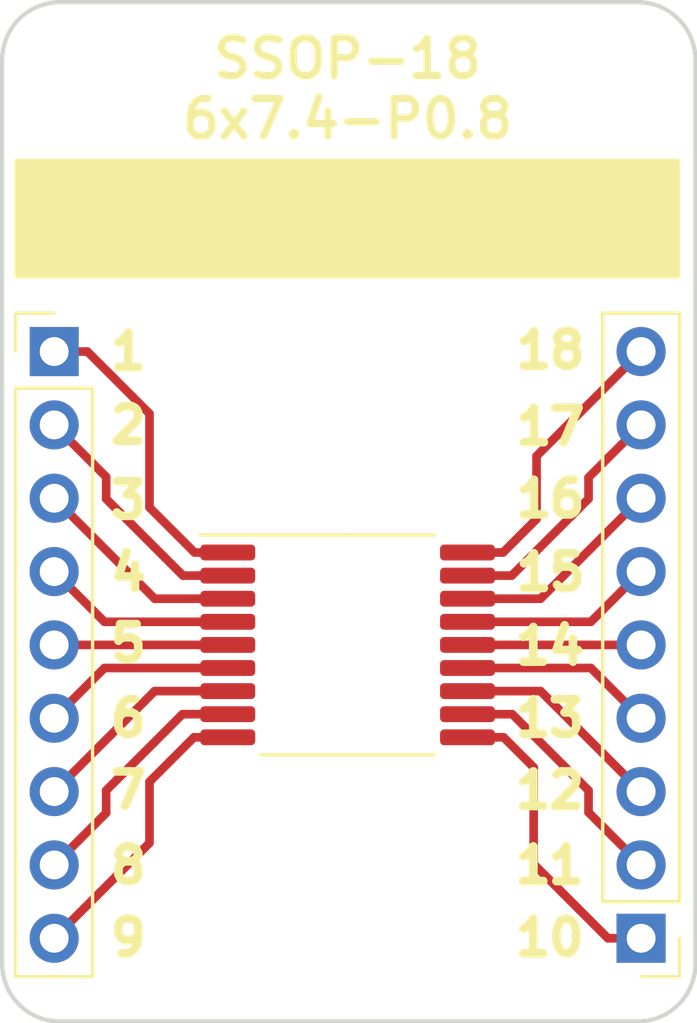
<source format=kicad_pcb>
(kicad_pcb (version 20171130) (host pcbnew 5.1.4-e60b266~84~ubuntu19.04.1)

  (general
    (thickness 1)
    (drawings 28)
    (tracks 54)
    (zones 0)
    (modules 3)
    (nets 19)
  )

  (page A4)
  (title_block
    (title BRK-SSOP-18-6x7.4-P0.8)
    (rev v1.1)
    (company https://gekkio.fi)
  )

  (layers
    (0 F.Cu signal)
    (31 B.Cu signal)
    (32 B.Adhes user)
    (33 F.Adhes user)
    (34 B.Paste user)
    (35 F.Paste user)
    (36 B.SilkS user)
    (37 F.SilkS user)
    (38 B.Mask user)
    (39 F.Mask user)
    (40 Dwgs.User user)
    (41 Cmts.User user)
    (42 Eco1.User user)
    (43 Eco2.User user)
    (44 Edge.Cuts user)
    (45 Margin user)
    (46 B.CrtYd user)
    (47 F.CrtYd user)
    (48 B.Fab user)
    (49 F.Fab user)
  )

  (setup
    (last_trace_width 0.3)
    (trace_clearance 0.2)
    (zone_clearance 0.508)
    (zone_45_only no)
    (trace_min 0.2)
    (via_size 0.8)
    (via_drill 0.4)
    (via_min_size 0.4)
    (via_min_drill 0.3)
    (uvia_size 0.3)
    (uvia_drill 0.1)
    (uvias_allowed no)
    (uvia_min_size 0.2)
    (uvia_min_drill 0.1)
    (edge_width 0.15)
    (segment_width 0.2)
    (pcb_text_width 0.3)
    (pcb_text_size 1.5 1.5)
    (mod_edge_width 0.15)
    (mod_text_size 1 1)
    (mod_text_width 0.15)
    (pad_size 1.524 1.524)
    (pad_drill 0.762)
    (pad_to_mask_clearance 0)
    (solder_mask_min_width 0.2)
    (aux_axis_origin 0 0)
    (visible_elements FFFFFF7F)
    (pcbplotparams
      (layerselection 0x010fc_ffffffff)
      (usegerberextensions false)
      (usegerberattributes false)
      (usegerberadvancedattributes false)
      (creategerberjobfile true)
      (excludeedgelayer false)
      (linewidth 0.100000)
      (plotframeref false)
      (viasonmask false)
      (mode 1)
      (useauxorigin false)
      (hpglpennumber 1)
      (hpglpenspeed 20)
      (hpglpendiameter 15.000000)
      (psnegative false)
      (psa4output false)
      (plotreference true)
      (plotvalue true)
      (plotinvisibletext false)
      (padsonsilk false)
      (subtractmaskfromsilk false)
      (outputformat 1)
      (mirror false)
      (drillshape 0)
      (scaleselection 1)
      (outputdirectory "gerber/"))
  )

  (net 0 "")
  (net 1 "Net-(J1-Pad1)")
  (net 2 "Net-(J1-Pad2)")
  (net 3 "Net-(J1-Pad3)")
  (net 4 "Net-(J2-Pad1)")
  (net 5 "Net-(J2-Pad2)")
  (net 6 "Net-(J2-Pad3)")
  (net 7 "Net-(J1-Pad4)")
  (net 8 "Net-(J2-Pad4)")
  (net 9 "Net-(J1-Pad5)")
  (net 10 "Net-(J1-Pad6)")
  (net 11 "Net-(J1-Pad7)")
  (net 12 "Net-(J1-Pad8)")
  (net 13 "Net-(J1-Pad9)")
  (net 14 "Net-(J2-Pad5)")
  (net 15 "Net-(J2-Pad6)")
  (net 16 "Net-(J2-Pad7)")
  (net 17 "Net-(J2-Pad8)")
  (net 18 "Net-(J2-Pad9)")

  (net_class Default "This is the default net class."
    (clearance 0.2)
    (trace_width 0.3)
    (via_dia 0.8)
    (via_drill 0.4)
    (uvia_dia 0.3)
    (uvia_drill 0.1)
    (add_net "Net-(J1-Pad1)")
    (add_net "Net-(J1-Pad2)")
    (add_net "Net-(J1-Pad3)")
    (add_net "Net-(J1-Pad4)")
    (add_net "Net-(J1-Pad5)")
    (add_net "Net-(J1-Pad6)")
    (add_net "Net-(J1-Pad7)")
    (add_net "Net-(J1-Pad8)")
    (add_net "Net-(J1-Pad9)")
    (add_net "Net-(J2-Pad1)")
    (add_net "Net-(J2-Pad2)")
    (add_net "Net-(J2-Pad3)")
    (add_net "Net-(J2-Pad4)")
    (add_net "Net-(J2-Pad5)")
    (add_net "Net-(J2-Pad6)")
    (add_net "Net-(J2-Pad7)")
    (add_net "Net-(J2-Pad8)")
    (add_net "Net-(J2-Pad9)")
  )

  (module Connector_PinHeader_2.54mm:PinHeader_1x09_P2.54mm_Vertical (layer F.Cu) (tedit 5C3F0C69) (tstamp 5C40AC9A)
    (at 73.12 80.42 180)
    (descr "Through hole straight pin header, 1x09, 2.54mm pitch, single row")
    (tags "Through hole pin header THT 1x09 2.54mm single row")
    (path /5C3F0FED)
    (fp_text reference J2 (at 0 -2.33 180) (layer F.SilkS) hide
      (effects (font (size 1 1) (thickness 0.15)))
    )
    (fp_text value Conn_01x09 (at 0 22.65 180) (layer F.Fab) hide
      (effects (font (size 1 1) (thickness 0.15)))
    )
    (fp_text user %R (at 0 10.16 270) (layer F.Fab)
      (effects (font (size 1 1) (thickness 0.15)))
    )
    (fp_line (start 1.8 -1.8) (end -1.8 -1.8) (layer F.CrtYd) (width 0.05))
    (fp_line (start 1.8 22.1) (end 1.8 -1.8) (layer F.CrtYd) (width 0.05))
    (fp_line (start -1.8 22.1) (end 1.8 22.1) (layer F.CrtYd) (width 0.05))
    (fp_line (start -1.8 -1.8) (end -1.8 22.1) (layer F.CrtYd) (width 0.05))
    (fp_line (start -1.33 -1.33) (end 0 -1.33) (layer F.SilkS) (width 0.12))
    (fp_line (start -1.33 0) (end -1.33 -1.33) (layer F.SilkS) (width 0.12))
    (fp_line (start -1.33 1.27) (end 1.33 1.27) (layer F.SilkS) (width 0.12))
    (fp_line (start 1.33 1.27) (end 1.33 21.65) (layer F.SilkS) (width 0.12))
    (fp_line (start -1.33 1.27) (end -1.33 21.65) (layer F.SilkS) (width 0.12))
    (fp_line (start -1.33 21.65) (end 1.33 21.65) (layer F.SilkS) (width 0.12))
    (fp_line (start -1.27 -0.635) (end -0.635 -1.27) (layer F.Fab) (width 0.1))
    (fp_line (start -1.27 21.59) (end -1.27 -0.635) (layer F.Fab) (width 0.1))
    (fp_line (start 1.27 21.59) (end -1.27 21.59) (layer F.Fab) (width 0.1))
    (fp_line (start 1.27 -1.27) (end 1.27 21.59) (layer F.Fab) (width 0.1))
    (fp_line (start -0.635 -1.27) (end 1.27 -1.27) (layer F.Fab) (width 0.1))
    (pad 9 thru_hole oval (at 0 20.32 180) (size 1.7 1.7) (drill 1) (layers *.Cu *.Mask)
      (net 18 "Net-(J2-Pad9)"))
    (pad 8 thru_hole oval (at 0 17.78 180) (size 1.7 1.7) (drill 1) (layers *.Cu *.Mask)
      (net 17 "Net-(J2-Pad8)"))
    (pad 7 thru_hole oval (at 0 15.24 180) (size 1.7 1.7) (drill 1) (layers *.Cu *.Mask)
      (net 16 "Net-(J2-Pad7)"))
    (pad 6 thru_hole oval (at 0 12.7 180) (size 1.7 1.7) (drill 1) (layers *.Cu *.Mask)
      (net 15 "Net-(J2-Pad6)"))
    (pad 5 thru_hole oval (at 0 10.16 180) (size 1.7 1.7) (drill 1) (layers *.Cu *.Mask)
      (net 14 "Net-(J2-Pad5)"))
    (pad 4 thru_hole oval (at 0 7.62 180) (size 1.7 1.7) (drill 1) (layers *.Cu *.Mask)
      (net 8 "Net-(J2-Pad4)"))
    (pad 3 thru_hole oval (at 0 5.08 180) (size 1.7 1.7) (drill 1) (layers *.Cu *.Mask)
      (net 6 "Net-(J2-Pad3)"))
    (pad 2 thru_hole oval (at 0 2.54 180) (size 1.7 1.7) (drill 1) (layers *.Cu *.Mask)
      (net 5 "Net-(J2-Pad2)"))
    (pad 1 thru_hole rect (at 0 0 180) (size 1.7 1.7) (drill 1) (layers *.Cu *.Mask)
      (net 4 "Net-(J2-Pad1)"))
    (model ${KISYS3DMOD}/Connector_PinHeader_2.54mm.3dshapes/PinHeader_1x09_P2.54mm_Vertical.wrl
      (at (xyz 0 0 0))
      (scale (xyz 1 1 1))
      (rotate (xyz 0 0 0))
    )
  )

  (module Connector_PinHeader_2.54mm:PinHeader_1x09_P2.54mm_Vertical (layer F.Cu) (tedit 5C3F0C64) (tstamp 5C40AC7E)
    (at 52.8 60.1)
    (descr "Through hole straight pin header, 1x09, 2.54mm pitch, single row")
    (tags "Through hole pin header THT 1x09 2.54mm single row")
    (path /5C3F0E54)
    (fp_text reference J1 (at 0 -2.33) (layer F.SilkS) hide
      (effects (font (size 1 1) (thickness 0.15)))
    )
    (fp_text value Conn_01x09 (at 0 22.65) (layer F.Fab) hide
      (effects (font (size 1 1) (thickness 0.15)))
    )
    (fp_line (start -0.635 -1.27) (end 1.27 -1.27) (layer F.Fab) (width 0.1))
    (fp_line (start 1.27 -1.27) (end 1.27 21.59) (layer F.Fab) (width 0.1))
    (fp_line (start 1.27 21.59) (end -1.27 21.59) (layer F.Fab) (width 0.1))
    (fp_line (start -1.27 21.59) (end -1.27 -0.635) (layer F.Fab) (width 0.1))
    (fp_line (start -1.27 -0.635) (end -0.635 -1.27) (layer F.Fab) (width 0.1))
    (fp_line (start -1.33 21.65) (end 1.33 21.65) (layer F.SilkS) (width 0.12))
    (fp_line (start -1.33 1.27) (end -1.33 21.65) (layer F.SilkS) (width 0.12))
    (fp_line (start 1.33 1.27) (end 1.33 21.65) (layer F.SilkS) (width 0.12))
    (fp_line (start -1.33 1.27) (end 1.33 1.27) (layer F.SilkS) (width 0.12))
    (fp_line (start -1.33 0) (end -1.33 -1.33) (layer F.SilkS) (width 0.12))
    (fp_line (start -1.33 -1.33) (end 0 -1.33) (layer F.SilkS) (width 0.12))
    (fp_line (start -1.8 -1.8) (end -1.8 22.1) (layer F.CrtYd) (width 0.05))
    (fp_line (start -1.8 22.1) (end 1.8 22.1) (layer F.CrtYd) (width 0.05))
    (fp_line (start 1.8 22.1) (end 1.8 -1.8) (layer F.CrtYd) (width 0.05))
    (fp_line (start 1.8 -1.8) (end -1.8 -1.8) (layer F.CrtYd) (width 0.05))
    (fp_text user %R (at 0 10.16 90) (layer F.Fab)
      (effects (font (size 1 1) (thickness 0.15)))
    )
    (pad 1 thru_hole rect (at 0 0) (size 1.7 1.7) (drill 1) (layers *.Cu *.Mask)
      (net 1 "Net-(J1-Pad1)"))
    (pad 2 thru_hole oval (at 0 2.54) (size 1.7 1.7) (drill 1) (layers *.Cu *.Mask)
      (net 2 "Net-(J1-Pad2)"))
    (pad 3 thru_hole oval (at 0 5.08) (size 1.7 1.7) (drill 1) (layers *.Cu *.Mask)
      (net 3 "Net-(J1-Pad3)"))
    (pad 4 thru_hole oval (at 0 7.62) (size 1.7 1.7) (drill 1) (layers *.Cu *.Mask)
      (net 7 "Net-(J1-Pad4)"))
    (pad 5 thru_hole oval (at 0 10.16) (size 1.7 1.7) (drill 1) (layers *.Cu *.Mask)
      (net 9 "Net-(J1-Pad5)"))
    (pad 6 thru_hole oval (at 0 12.7) (size 1.7 1.7) (drill 1) (layers *.Cu *.Mask)
      (net 10 "Net-(J1-Pad6)"))
    (pad 7 thru_hole oval (at 0 15.24) (size 1.7 1.7) (drill 1) (layers *.Cu *.Mask)
      (net 11 "Net-(J1-Pad7)"))
    (pad 8 thru_hole oval (at 0 17.78) (size 1.7 1.7) (drill 1) (layers *.Cu *.Mask)
      (net 12 "Net-(J1-Pad8)"))
    (pad 9 thru_hole oval (at 0 20.32) (size 1.7 1.7) (drill 1) (layers *.Cu *.Mask)
      (net 13 "Net-(J1-Pad9)"))
    (model ${KISYS3DMOD}/Connector_PinHeader_2.54mm.3dshapes/PinHeader_1x09_P2.54mm_Vertical.wrl
      (at (xyz 0 0 0))
      (scale (xyz 1 1 1))
      (rotate (xyz 0 0 0))
    )
  )

  (module Gekkio_Package_SO:Sharp_SSOP-18_6x7.4mm_P0.8mm (layer F.Cu) (tedit 5C3F0C6B) (tstamp 5C40B021)
    (at 62.96 70.26)
    (descr "Sharp  SSOP, 18 Pin (), generated with kicad-footprint-generator ipc_gullwing_generator.py")
    (tags "Sharp SSOP SO")
    (path /5C3F0C92)
    (attr smd)
    (fp_text reference U1 (at 0 -4.65) (layer F.SilkS) hide
      (effects (font (size 1 1) (thickness 0.15)))
    )
    (fp_text value Conn_02x09_Counter_Clockwise (at 0 4.65) (layer F.Fab) hide
      (effects (font (size 1 1) (thickness 0.15)))
    )
    (fp_line (start 0 3.81) (end 3 3.81) (layer F.SilkS) (width 0.12))
    (fp_line (start 0 3.81) (end -3 3.81) (layer F.SilkS) (width 0.12))
    (fp_line (start 0 -3.81) (end 3 -3.81) (layer F.SilkS) (width 0.12))
    (fp_line (start 0 -3.81) (end -5.1 -3.81) (layer F.SilkS) (width 0.12))
    (fp_line (start -2 -3.7) (end 3 -3.7) (layer F.Fab) (width 0.1))
    (fp_line (start 3 -3.7) (end 3 3.7) (layer F.Fab) (width 0.1))
    (fp_line (start 3 3.7) (end -3 3.7) (layer F.Fab) (width 0.1))
    (fp_line (start -3 3.7) (end -3 -2.7) (layer F.Fab) (width 0.1))
    (fp_line (start -3 -2.7) (end -2 -3.7) (layer F.Fab) (width 0.1))
    (fp_line (start -5.35 -3.95) (end -5.35 3.95) (layer F.CrtYd) (width 0.05))
    (fp_line (start -5.35 3.95) (end 5.35 3.95) (layer F.CrtYd) (width 0.05))
    (fp_line (start 5.35 3.95) (end 5.35 -3.95) (layer F.CrtYd) (width 0.05))
    (fp_line (start 5.35 -3.95) (end -5.35 -3.95) (layer F.CrtYd) (width 0.05))
    (fp_text user %R (at 0 0) (layer F.Fab)
      (effects (font (size 1 1) (thickness 0.15)))
    )
    (pad 1 smd roundrect (at -4.15 -3.2) (size 1.9 0.55) (layers F.Cu F.Paste F.Mask) (roundrect_rratio 0.25)
      (net 1 "Net-(J1-Pad1)"))
    (pad 2 smd roundrect (at -4.15 -2.4) (size 1.9 0.55) (layers F.Cu F.Paste F.Mask) (roundrect_rratio 0.25)
      (net 2 "Net-(J1-Pad2)"))
    (pad 3 smd roundrect (at -4.15 -1.6) (size 1.9 0.55) (layers F.Cu F.Paste F.Mask) (roundrect_rratio 0.25)
      (net 3 "Net-(J1-Pad3)"))
    (pad 4 smd roundrect (at -4.15 -0.8) (size 1.9 0.55) (layers F.Cu F.Paste F.Mask) (roundrect_rratio 0.25)
      (net 7 "Net-(J1-Pad4)"))
    (pad 5 smd roundrect (at -4.15 0) (size 1.9 0.55) (layers F.Cu F.Paste F.Mask) (roundrect_rratio 0.25)
      (net 9 "Net-(J1-Pad5)"))
    (pad 6 smd roundrect (at -4.15 0.8) (size 1.9 0.55) (layers F.Cu F.Paste F.Mask) (roundrect_rratio 0.25)
      (net 10 "Net-(J1-Pad6)"))
    (pad 7 smd roundrect (at -4.15 1.6) (size 1.9 0.55) (layers F.Cu F.Paste F.Mask) (roundrect_rratio 0.25)
      (net 11 "Net-(J1-Pad7)"))
    (pad 8 smd roundrect (at -4.15 2.4) (size 1.9 0.55) (layers F.Cu F.Paste F.Mask) (roundrect_rratio 0.25)
      (net 12 "Net-(J1-Pad8)"))
    (pad 9 smd roundrect (at -4.15 3.2) (size 1.9 0.55) (layers F.Cu F.Paste F.Mask) (roundrect_rratio 0.25)
      (net 13 "Net-(J1-Pad9)"))
    (pad 10 smd roundrect (at 4.15 3.2) (size 1.9 0.55) (layers F.Cu F.Paste F.Mask) (roundrect_rratio 0.25)
      (net 4 "Net-(J2-Pad1)"))
    (pad 11 smd roundrect (at 4.15 2.4) (size 1.9 0.55) (layers F.Cu F.Paste F.Mask) (roundrect_rratio 0.25)
      (net 5 "Net-(J2-Pad2)"))
    (pad 12 smd roundrect (at 4.15 1.6) (size 1.9 0.55) (layers F.Cu F.Paste F.Mask) (roundrect_rratio 0.25)
      (net 6 "Net-(J2-Pad3)"))
    (pad 13 smd roundrect (at 4.15 0.8) (size 1.9 0.55) (layers F.Cu F.Paste F.Mask) (roundrect_rratio 0.25)
      (net 8 "Net-(J2-Pad4)"))
    (pad 14 smd roundrect (at 4.15 0) (size 1.9 0.55) (layers F.Cu F.Paste F.Mask) (roundrect_rratio 0.25)
      (net 14 "Net-(J2-Pad5)"))
    (pad 15 smd roundrect (at 4.15 -0.8) (size 1.9 0.55) (layers F.Cu F.Paste F.Mask) (roundrect_rratio 0.25)
      (net 15 "Net-(J2-Pad6)"))
    (pad 16 smd roundrect (at 4.15 -1.6) (size 1.9 0.55) (layers F.Cu F.Paste F.Mask) (roundrect_rratio 0.25)
      (net 16 "Net-(J2-Pad7)"))
    (pad 17 smd roundrect (at 4.15 -2.4) (size 1.9 0.55) (layers F.Cu F.Paste F.Mask) (roundrect_rratio 0.25)
      (net 17 "Net-(J2-Pad8)"))
    (pad 18 smd roundrect (at 4.15 -3.2) (size 1.9 0.55) (layers F.Cu F.Paste F.Mask) (roundrect_rratio 0.25)
      (net 18 "Net-(J2-Pad9)"))
    (model ${KISYS3DMOD}/Gekkio_Package_SO.3dshapes/Sharp_SSOP-18_6x7.4mm_P0.8mm.wrl
      (at (xyz 0 0 0))
      (scale (xyz 1 1 1))
      (rotate (xyz 0 0 0))
    )
  )

  (gr_text 9 (at 54.6 80.4) (layer F.SilkS) (tstamp 5C40B580)
    (effects (font (size 1.2 1.2) (thickness 0.3)) (justify left))
  )
  (gr_text 8 (at 54.6 77.9) (layer F.SilkS) (tstamp 5C40B57D)
    (effects (font (size 1.2 1.2) (thickness 0.3)) (justify left))
  )
  (gr_text 7 (at 54.6 75.3) (layer F.SilkS) (tstamp 5C40B57A)
    (effects (font (size 1.2 1.2) (thickness 0.3)) (justify left))
  )
  (gr_text 6 (at 54.6 72.8) (layer F.SilkS) (tstamp 5C40B577)
    (effects (font (size 1.2 1.2) (thickness 0.3)) (justify left))
  )
  (gr_text 5 (at 54.6 70.2) (layer F.SilkS) (tstamp 5C40B574)
    (effects (font (size 1.2 1.2) (thickness 0.3)) (justify left))
  )
  (gr_text 10 (at 71.3 80.4) (layer F.SilkS) (tstamp 5C40B570)
    (effects (font (size 1.2 1.2) (thickness 0.3)) (justify right))
  )
  (gr_text 11 (at 71.3 77.9) (layer F.SilkS) (tstamp 5C40B56D)
    (effects (font (size 1.2 1.2) (thickness 0.3)) (justify right))
  )
  (gr_text 12 (at 71.3 75.3) (layer F.SilkS) (tstamp 5C40B56A)
    (effects (font (size 1.2 1.2) (thickness 0.3)) (justify right))
  )
  (gr_text 13 (at 71.3 72.8) (layer F.SilkS) (tstamp 5C40B567)
    (effects (font (size 1.2 1.2) (thickness 0.3)) (justify right))
  )
  (gr_text 14 (at 71.3 70.3) (layer F.SilkS) (tstamp 5C40B564)
    (effects (font (size 1.2 1.2) (thickness 0.3)) (justify right))
  )
  (gr_text 4 (at 54.6 67.75) (layer F.SilkS) (tstamp 5C0586B0)
    (effects (font (size 1.2 1.2) (thickness 0.3)) (justify left))
  )
  (gr_text 15 (at 71.32 67.75) (layer F.SilkS) (tstamp 5C0586AC)
    (effects (font (size 1.2 1.2) (thickness 0.3)) (justify right))
  )
  (gr_arc (start 53 81.3) (end 51 81.3) (angle -90) (layer Edge.Cuts) (width 0.15) (tstamp 5BF54D67))
  (gr_arc (start 73 81.3) (end 73 83.3) (angle -90) (layer Edge.Cuts) (width 0.15) (tstamp 5BF54D5C))
  (gr_arc (start 73 50) (end 75 50) (angle -90) (layer Edge.Cuts) (width 0.15) (tstamp 5BF54D52))
  (gr_arc (start 53 50) (end 53 48) (angle -90) (layer Edge.Cuts) (width 0.15))
  (gr_text 16 (at 71.32 65.2) (layer F.SilkS) (tstamp 5BD4A473)
    (effects (font (size 1.2 1.2) (thickness 0.3)) (justify right))
  )
  (gr_text 17 (at 71.32 62.7) (layer F.SilkS) (tstamp 5BD4A46F)
    (effects (font (size 1.2 1.2) (thickness 0.3)) (justify right))
  )
  (gr_text 18 (at 71.32 60.05) (layer F.SilkS) (tstamp 5C40B4AB)
    (effects (font (size 1.2 1.2) (thickness 0.3)) (justify right))
  )
  (gr_text 3 (at 54.6 65.25) (layer F.SilkS) (tstamp 5BD4A45B)
    (effects (font (size 1.2 1.2) (thickness 0.3)) (justify left))
  )
  (gr_text 2 (at 54.6 62.65) (layer F.SilkS) (tstamp 5BD4A456)
    (effects (font (size 1.2 1.2) (thickness 0.3)) (justify left))
  )
  (gr_text 1 (at 54.6 60.1) (layer F.SilkS)
    (effects (font (size 1.2 1.2) (thickness 0.3)) (justify left))
  )
  (gr_line (start 73 83.3) (end 53 83.3) (layer Edge.Cuts) (width 0.15))
  (gr_poly (pts (xy 51.5 53.5) (xy 51.5 57.5) (xy 74.4 57.5) (xy 74.4 53.5)) (layer F.SilkS) (width 0.15))
  (gr_line (start 75 50) (end 75 81.3) (layer Edge.Cuts) (width 0.15))
  (gr_text "SSOP-18\n6x7.4-P0.8" (at 62.96 51) (layer F.SilkS)
    (effects (font (size 1.3 1.3) (thickness 0.25)))
  )
  (gr_line (start 53 48) (end 73 48) (layer Edge.Cuts) (width 0.15))
  (gr_line (start 51 81.3) (end 51 50) (layer Edge.Cuts) (width 0.15))

  (segment (start 58.81 67.06) (end 57.66 67.06) (width 0.3) (layer F.Cu) (net 1))
  (segment (start 57.66 67.06) (end 56.1 65.5) (width 0.3) (layer F.Cu) (net 1))
  (segment (start 53.95 60.1) (end 52.8 60.1) (width 0.3) (layer F.Cu) (net 1))
  (segment (start 56.1 62.25) (end 53.95 60.1) (width 0.3) (layer F.Cu) (net 1))
  (segment (start 56.1 65.5) (end 56.1 62.25) (width 0.3) (layer F.Cu) (net 1))
  (segment (start 52.84 62.6) (end 52.8 62.64) (width 0.3) (layer F.Cu) (net 2))
  (segment (start 58.81 67.86) (end 57.26 67.86) (width 0.3) (layer F.Cu) (net 2))
  (segment (start 57.26 67.86) (end 54.6 65.2) (width 0.3) (layer F.Cu) (net 2))
  (segment (start 54.6 64.44) (end 52.8 62.64) (width 0.3) (layer F.Cu) (net 2))
  (segment (start 54.6 65.2) (end 54.6 64.44) (width 0.3) (layer F.Cu) (net 2))
  (segment (start 56.28 68.66) (end 52.8 65.18) (width 0.3) (layer F.Cu) (net 3))
  (segment (start 58.81 68.66) (end 56.28 68.66) (width 0.3) (layer F.Cu) (net 3))
  (segment (start 67.11 73.46) (end 68.36 73.46) (width 0.3) (layer F.Cu) (net 4))
  (segment (start 68.36 73.46) (end 69.4 74.5) (width 0.3) (layer F.Cu) (net 4))
  (segment (start 71.97 80.42) (end 73.12 80.42) (width 0.3) (layer F.Cu) (net 4))
  (segment (start 69.4 77.85) (end 71.97 80.42) (width 0.3) (layer F.Cu) (net 4))
  (segment (start 69.4 74.5) (end 69.4 77.85) (width 0.3) (layer F.Cu) (net 4))
  (segment (start 67.11 72.66) (end 68.66 72.66) (width 0.3) (layer F.Cu) (net 5))
  (segment (start 68.66 72.66) (end 71.3 75.3) (width 0.3) (layer F.Cu) (net 5))
  (segment (start 71.3 76.06) (end 73.12 77.88) (width 0.3) (layer F.Cu) (net 5))
  (segment (start 71.3 75.3) (end 71.3 76.06) (width 0.3) (layer F.Cu) (net 5))
  (segment (start 69.64 71.86) (end 73.12 75.34) (width 0.3) (layer F.Cu) (net 6))
  (segment (start 67.11 71.86) (end 69.64 71.86) (width 0.3) (layer F.Cu) (net 6))
  (segment (start 54.54 69.46) (end 52.8 67.72) (width 0.3) (layer F.Cu) (net 7))
  (segment (start 58.81 69.46) (end 54.54 69.46) (width 0.3) (layer F.Cu) (net 7))
  (segment (start 71.38 71.06) (end 73.12 72.8) (width 0.3) (layer F.Cu) (net 8))
  (segment (start 67.11 71.06) (end 71.38 71.06) (width 0.3) (layer F.Cu) (net 8))
  (segment (start 57.76 70.26) (end 52.8 70.26) (width 0.3) (layer F.Cu) (net 9))
  (segment (start 58.81 70.26) (end 57.76 70.26) (width 0.3) (layer F.Cu) (net 9))
  (segment (start 54.54 71.06) (end 52.8 72.8) (width 0.3) (layer F.Cu) (net 10))
  (segment (start 58.81 71.06) (end 54.54 71.06) (width 0.3) (layer F.Cu) (net 10))
  (segment (start 56.28 71.86) (end 52.8 75.34) (width 0.3) (layer F.Cu) (net 11))
  (segment (start 58.81 71.86) (end 56.28 71.86) (width 0.3) (layer F.Cu) (net 11))
  (segment (start 58.81 72.66) (end 57.24 72.66) (width 0.3) (layer F.Cu) (net 12))
  (segment (start 57.24 72.66) (end 54.6 75.3) (width 0.3) (layer F.Cu) (net 12))
  (segment (start 54.6 76.08) (end 52.8 77.88) (width 0.3) (layer F.Cu) (net 12))
  (segment (start 54.6 75.3) (end 54.6 76.08) (width 0.3) (layer F.Cu) (net 12))
  (segment (start 58.81 73.46) (end 57.64 73.46) (width 0.3) (layer F.Cu) (net 13))
  (segment (start 57.64 73.46) (end 56.1 75) (width 0.3) (layer F.Cu) (net 13))
  (segment (start 56.1 77.12) (end 52.8 80.42) (width 0.3) (layer F.Cu) (net 13))
  (segment (start 56.1 75) (end 56.1 77.12) (width 0.3) (layer F.Cu) (net 13))
  (segment (start 67.11 70.26) (end 73.12 70.26) (width 0.3) (layer F.Cu) (net 14))
  (segment (start 71.38 69.46) (end 73.12 67.72) (width 0.3) (layer F.Cu) (net 15))
  (segment (start 67.11 69.46) (end 71.38 69.46) (width 0.3) (layer F.Cu) (net 15))
  (segment (start 69.64 68.66) (end 73.12 65.18) (width 0.3) (layer F.Cu) (net 16))
  (segment (start 67.11 68.66) (end 69.64 68.66) (width 0.3) (layer F.Cu) (net 16))
  (segment (start 67.11 67.86) (end 68.64 67.86) (width 0.3) (layer F.Cu) (net 17))
  (segment (start 68.64 67.86) (end 71.3 65.2) (width 0.3) (layer F.Cu) (net 17))
  (segment (start 71.3 64.46) (end 73.12 62.64) (width 0.3) (layer F.Cu) (net 17))
  (segment (start 71.3 65.2) (end 71.3 64.46) (width 0.3) (layer F.Cu) (net 17))
  (segment (start 67.11 67.06) (end 68.34 67.06) (width 0.3) (layer F.Cu) (net 18))
  (segment (start 68.34 67.06) (end 69.5 65.9) (width 0.3) (layer F.Cu) (net 18))
  (segment (start 69.5 63.72) (end 73.12 60.1) (width 0.3) (layer F.Cu) (net 18))
  (segment (start 69.5 65.9) (end 69.5 63.72) (width 0.3) (layer F.Cu) (net 18))

)

</source>
